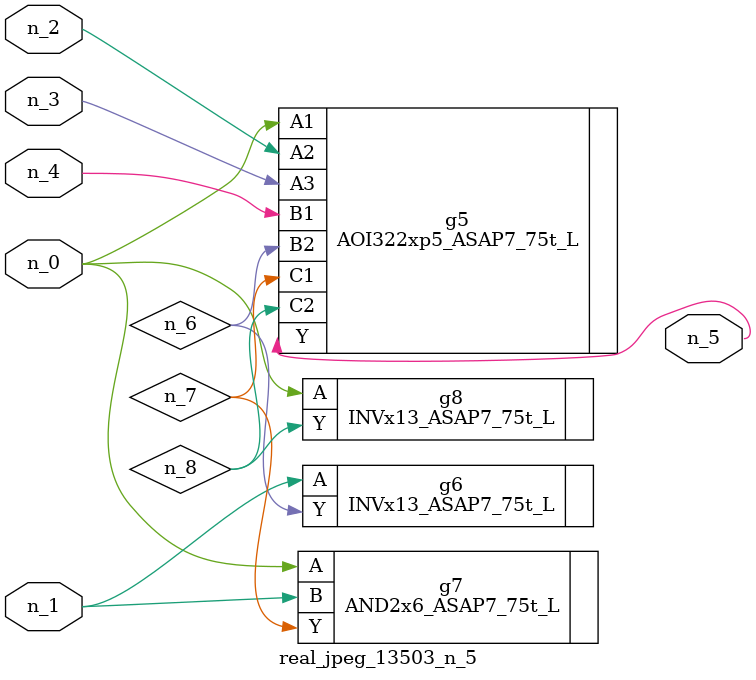
<source format=v>
module real_jpeg_13503_n_5 (n_4, n_0, n_1, n_2, n_3, n_5);

input n_4;
input n_0;
input n_1;
input n_2;
input n_3;

output n_5;

wire n_8;
wire n_6;
wire n_7;

AOI322xp5_ASAP7_75t_L g5 ( 
.A1(n_0),
.A2(n_2),
.A3(n_3),
.B1(n_4),
.B2(n_6),
.C1(n_7),
.C2(n_8),
.Y(n_5)
);

AND2x6_ASAP7_75t_L g7 ( 
.A(n_0),
.B(n_1),
.Y(n_7)
);

INVx13_ASAP7_75t_L g8 ( 
.A(n_0),
.Y(n_8)
);

INVx13_ASAP7_75t_L g6 ( 
.A(n_1),
.Y(n_6)
);


endmodule
</source>
